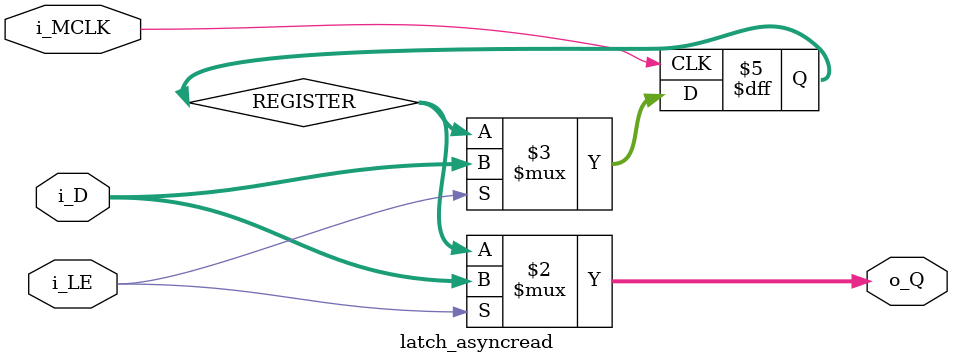
<source format=v>
module gfx_video
(
    input   wire            i_EMU_MCLK,
    input   wire            i_EMU_CLK18MNCEN_n,

    output  wire            o_EMU_CLK9MPCEN_n, //REF_CLK9M
    output  wire            o_EMU_CLK9MNCEN_n,
    output  wire            o_EMU_CLK6MPCEN_n, //REF_CLK6M
    output  wire            o_EMU_CLK6MNCEN_n,

    input   wire            i_MRST_n,

    input   wire    [14:0]  i_CPU_ADDR,
    output  reg     [15:0]  o_CPU_DIN,
    input   wire    [15:0]  i_CPU_DOUT,
    input   wire            i_CPU_RW,
    input   wire            i_CPU_UDS_n,
    input   wire            i_CPU_LDS_n,

    input   wire            i_VZCS_n,
    input   wire            i_VCS1_n,
    input   wire            i_VCS2_n,
    input   wire            i_CHACS_n,
    input   wire            i_OBJRAM_n,

    input   wire            i_HFLIP,
    input   wire            i_VFLIP,

    output  wire            o_VBLANK_n,

    output  wire            o_VSYNC_n,

    output  wire            o_BLK,

    output  wire    [10:0]  o_CD,

    output  wire            o_ABS_n1H,
    output  wire            o_ABS_2H,

    output  wire    [8:0]   __REF_HCOUNTER, //for pixel capture purpose
    output  wire    [8:0]   __REF_VCOUNTER
);

///////////////////////////////////////////////////////////
//////  CLOCK DIVIDER
////

/*
    MCLK72  ################################################ or
    MCLK36  |||||||||||||||||||||||||||||||||||||||||||||||| or
    MCLK18  ¯|_|¯|_|¯|_|¯|_|¯|_|¯|_|¯|_|¯|_|¯|_|¯|_|¯|_|¯|_|
    18MNCEN ¯¯||¯¯||¯¯||¯¯||¯¯||¯¯||¯¯||¯¯||¯¯||¯¯||¯¯||¯¯||

            0   1   2   3   4   5 
    CLK18M  _|¯|_|¯|_|¯|_|¯|_|¯|_|¯|_|¯|_|¯|_|¯|_|¯|_|¯|_|¯|

    CLK9M   ¯¯¯|___|¯¯¯|___|¯¯¯|___|¯¯¯|___|¯¯¯|___|¯¯¯|___|
    9MPCEN  ¯¯¯¯¯¯||¯¯¯¯¯¯||¯¯¯¯¯¯||¯¯¯¯¯¯||¯¯¯¯¯¯||¯¯¯¯¯¯||
    9MNCEN  ¯¯||¯¯¯¯¯¯||¯¯¯¯¯¯||¯¯¯¯¯¯||¯¯¯¯¯¯||¯¯¯¯¯¯||¯¯¯¯

    CLK6M   ¯¯¯¯¯¯¯|___|¯¯¯¯¯¯¯|___|¯¯¯¯¯¯¯|___|¯¯¯¯¯¯¯|___|
    6MPCEN  ¯¯¯¯¯¯¯¯¯¯||¯¯¯¯¯¯¯¯¯¯||¯¯¯¯¯¯¯¯¯¯||¯¯¯¯¯¯¯¯¯¯||
    6MNCEN  ¯¯¯¯¯¯||¯¯¯¯¯¯¯¯¯¯||¯¯¯¯¯¯¯¯¯¯||¯¯¯¯¯¯¯¯¯¯||¯¯¯¯
*/

reg     [2:0]   clock_counter_6 = 3'd5;
reg     [3:0]   cen_register = 4'b1111;

always @(posedge i_EMU_MCLK) begin
    if(!i_EMU_CLK18MNCEN_n) 
    begin
        if(clock_counter_6 < 3'd5) 
        begin
            clock_counter_6 <= clock_counter_6 + 3'd1;
        end
        else 
        begin
            clock_counter_6 <= 3'd0;
        end
    end
end

always @(posedge i_EMU_MCLK) begin
    if(!i_EMU_CLK18MNCEN_n) begin
        case(clock_counter_6)
            4'd0: cen_register  <= 4'b0110;
            4'd1: cen_register  <= 4'b1001;
            4'd2: cen_register  <= 4'b0111;
            4'd3: cen_register  <= 4'b1010;
            4'd4: cen_register  <= 4'b0101;
            4'd5: cen_register  <= 4'b1011;
            default: cen_register <= 4'b1111;
        endcase
    end
end

//ORed with 18M negative cen
assign  o_EMU_CLK9MPCEN_n = cen_register[3] | i_EMU_CLK18MNCEN_n;
assign  o_EMU_CLK9MNCEN_n = cen_register[2] | i_EMU_CLK18MNCEN_n;
assign  o_EMU_CLK6MPCEN_n = cen_register[1] | i_EMU_CLK18MNCEN_n;
assign  o_EMU_CLK6MNCEN_n = cen_register[0] | i_EMU_CLK18MNCEN_n;

//for reference
wire            __REF_CLK9M = cen_register[3];
wire            __REF_CLK6M = cen_register[1];








///////////////////////////////////////////////////////////
//////  timinggen
////

wire            HBLANK_n;
wire            VBLANK_n;
assign          o_VBLANK_n = VBLANK_n;
wire            VBLANKH_n;
wire            VCLK;
wire            CSYNC_n;

//hcounter
wire            ABS_256H,   
                ABS_128H,   ABS_64H,    ABS_32H,    ABS_16H,
                ABS_8H,     ABS_4H,     ABS_2H,     ABS_1H;

wire            FLIP_128H,  FLIP_64H,   FLIP_32H,   FLIP_16H,
                FLIP_8H,    FLIP_4H,    FLIP_2H,    FLIP_1H;

//vcounter
wire            ABS_128V,   ABS_64V,    ABS_32V,    ABS_16V,
                ABS_8V,     ABS_4V,     ABS_2V,     ABS_1V;

wire            FLIP_128V,  FLIP_64V,   FLIP_32V,   FLIP_16V,
                FLIP_8V,    FLIP_4V,    FLIP_2V,    FLIP_1V;

//misc
wire            ABS_n256H = ~ABS_256H;
wire            ABS_n1H = ~ABS_1H;
wire            ABS_128HA = (ABS_256H & ABS_128H) | (ABS_n256H & ABS_32H);

wire            FLIP_n256H  = ABS_n256H ^ i_HFLIP;

wire            DMA_n = ~&{ABS_128V, ABS_64V, ABS_32V, ~ABS_16V}; //vcounter 480-495

//to CPU
assign  o_ABS_n1H = ABS_n1H;
assign  o_ABS_2H = ABS_2H;


timinggen timinggen_main (
    .i_EMU_MCLK                 (i_EMU_MCLK                 ),
    .i_EMU_CLK6MPCEN_n          (o_EMU_CLK6MPCEN_n          ),

    .i_MRST_n                   (i_MRST_n                   ),

    .i_HFLIP                    (i_HFLIP                    ),
    .i_VFLIP                    (i_VFLIP                    ),

    .o_HBLANK_n                 (HBLANK_n                   ),
    .o_VBLANK_n                 (VBLANK_n                   ),
    .o_VBLANKH_n                (VBLANKH_n                  ),  //VBLANK**

    .o_ABS_256H                 (ABS_256H                   ),
    .o_ABS_128H                 (ABS_128H                   ),
    .o_ABS_64H                  (ABS_64H                    ),
    .o_ABS_32H                  (ABS_32H                    ),
    .o_ABS_16H                  (ABS_16H                    ),
    .o_ABS_8H                   (ABS_8H                     ),
    .o_ABS_4H                   (ABS_4H                     ),
    .o_ABS_2H                   (ABS_2H                     ),
    .o_ABS_1H                   (ABS_1H                     ),

    .o_ABS_128V                 (ABS_128V                   ),
    .o_ABS_64V                  (ABS_64V                    ),
    .o_ABS_32V                  (ABS_32V                    ),
    .o_ABS_16V                  (ABS_16V                    ),
    .o_ABS_8V                   (ABS_8V                     ),
    .o_ABS_4V                   (ABS_4V                     ),
    .o_ABS_2V                   (ABS_2V                     ),
    .o_ABS_1V                   (ABS_1V                     ),

    .o_FLIP_128H                (FLIP_128H                  ),
    .o_FLIP_64H                 (FLIP_64H                   ),
    .o_FLIP_32H                 (FLIP_32H                   ),
    .o_FLIP_16H                 (FLIP_16H                   ),
    .o_FLIP_8H                  (FLIP_8H                    ),
    .o_FLIP_4H                  (FLIP_4H                    ),
    .o_FLIP_2H                  (FLIP_2H                    ),
    .o_FLIP_1H                  (FLIP_1H                    ),

    .o_FLIP_128V                (FLIP_128V                  ),
    .o_FLIP_64V                 (FLIP_64V                   ),
    .o_FLIP_32V                 (FLIP_32V                   ),
    .o_FLIP_16V                 (FLIP_16V                   ),
    .o_FLIP_8V                  (FLIP_8V                    ),
    .o_FLIP_4V                  (FLIP_4V                    ),
    .o_FLIP_2V                  (FLIP_2V                    ),
    .o_FLIP_1V                  (FLIP_1V                    ),

    .o_VCLK                     (VCLK                       ),

    .o_FRAMEPARITY              (                           ), //256V
    
    .o_VSYNC_n                  (o_VSYNC_n                  ),

    .__REF_HCOUNTER             (__REF_HCOUNTER             ),
    .__REF_VCOUNTER             (__REF_VCOUNTER             )
);

wire            ORINC;
reg     [7:0]   OBJ;
wire            objcntr_tick = ORINC | (&{OBJ[7:4]});

always @(posedge i_EMU_MCLK) begin
    if(!o_EMU_CLK6MPCEN_n) begin
        if(ABS_1H == 1'b0) begin //posedge of 1H
            if(DMA_n == 1'b0) begin
                OBJ <= 8'd0;
            end
            else begin
                if(objcntr_tick == 1'b0) begin
                    OBJ <= OBJ + 8'd1;
                end
            end
        end        
    end
end




//
//  MEMORY TIMING GENERATOR SECTION
//

/*
    CLK18M  _|¯|_|¯|_|¯|_|¯|_|¯|_|¯|_|¯|_|¯|_|¯|_|¯|_|¯|_|¯|
    CLK9M   ¯¯¯|___|¯¯¯|___|¯¯¯|___|¯¯¯|___|¯¯¯|___|¯¯¯|___|
    CLK6M   ¯¯¯¯¯¯¯|___|¯¯¯¯¯¯¯|___|¯¯¯¯¯¯¯|___|¯¯¯¯¯¯¯|___|
            ---(511)---|----(0)----|----(1)----|----(2)----|
    
    TIME1   ___________________|¯¯¯|___________________|¯¯¯|
    TIME2   ¯¯¯¯¯¯¯¯¯¯¯¯¯¯¯¯¯¯¯|___|¯¯¯¯¯¯¯¯¯¯¯¯¯¯¯¯¯¯¯|___|
    CHAMPX  ¯¯¯¯¯¯¯¯¯¯¯|_______|¯¯¯¯¯¯¯¯¯¯¯¯¯¯¯|_______|¯¯¯¯
    VRTIME  ¯¯¯¯¯¯¯¯¯¯¯|___|¯¯¯¯¯¯¯¯¯¯¯¯¯¯¯¯¯¯¯|___|¯¯¯¯¯¯¯¯
    OBJCLRWE¯¯¯¯¯¯¯|___|¯¯¯¯¯¯¯¯¯¯¯¯¯¯¯¯¯¯¯|___|¯¯¯¯¯¯¯¯¯¯¯¯
    
    BUFWE   ¯¯¯¯¯¯¯|___|¯¯¯¯¯¯¯¯¯¯¯¯¯¯¯¯¯¯¯|___|¯¯¯¯¯¯¯¯¯¯¯¯
    BUFRAS  ___________|¯¯¯¯¯¯¯|_______________|¯¯¯¯¯¯¯|____
    dl-ras  ____________|¯¯¯¯¯¯¯|_______________|¯¯¯¯¯¯¯|___
*/

//timing singals
wire            TIME1; //SCROLLRAM/OBJRAM read latch enable(active high)
wire            TIME2; //SCROLLRAM/OBJRAM data write enable(active low)
wire            VRTIME; //Video Read TIME
wire            CHAMPX; //CHAracter MultiPleXer
wire            OBJCLRWE; //OBJect CLeaR Write Enable


reg             TIMING_F; //1HF
always @(posedge i_EMU_MCLK) begin
    if(!o_EMU_CLK6MPCEN_n) begin
        TIMING_F <= ABS_1H;
    end
end

reg     [3:0]   TIMING_SR;
always @(posedge i_EMU_MCLK) begin
    if(!i_EMU_CLK18MNCEN_n) begin
        TIMING_SR[3] <= TIMING_F;
        TIMING_SR[2:0] <= TIMING_SR[3:1];
    end
end

assign  TIME1 = ~(~TIMING_F | __REF_CLK6M);
assign  TIME2 = ~(TIMING_F & TIMING_SR[2]);
assign  VRTIME = ~(TIMING_F & ~TIMING_SR[3]);
assign  CHAMPX = TIMING_SR[2] | TIMING_SR[1];
wire    CHAMPX1 = CHAMPX;
assign  OBJCLRWE = TIMING_SR[2] | ~TIMING_SR[1];

//DRAM delay
reg             CHAMPX2;
always @(posedge i_EMU_MCLK) begin
    if(!i_EMU_CLK18MNCEN_n) begin
        CHAMPX2 <= CHAMPX;
    end
end


//
//  VIDEO TIMING GENERATOR SECTION
//

//timing singals
wire            OBJWR;  //switches mux between active display+buffer clear/sprite engine write
wire            OBJCLR; //fix mux output to 0 while clearing the buffer by writing 0s

reg             TIMING_A;
always @(posedge i_EMU_MCLK) begin
    if(!o_EMU_CLK6MPCEN_n) begin
        if({ABS_8H, ABS_4H, ABS_2H, ABS_1H} == 4'd15) begin //posedge of 16H
            TIMING_A <= ~(HBLANK_n & VBLANKH_n);
        end        
    end
end

reg             TIMING_B;
always @(posedge i_EMU_MCLK) begin
    if(!o_EMU_CLK6MPCEN_n) begin //negedge cen
        if(ABS_1H == 1'b1) begin //every ODD pixel
            TIMING_B <= TIMING_A;
        end        
    end
end

reg             TIMING_C;
always @(posedge i_EMU_MCLK) begin
    if(!o_EMU_CLK6MPCEN_n) begin
        if({ABS_2H, ABS_1H} == 2'd3) begin //posedge of 4H
            TIMING_C <= TIMING_A;
        end        
    end
end

reg             TIMING_D;
always @(posedge i_EMU_MCLK) begin
    if(!o_EMU_CLK6MPCEN_n) begin
        TIMING_D <= TIMING_C;   
    end
end

reg             TIMING_E;
always @(posedge i_EMU_MCLK) begin
    if(!o_EMU_CLK6MPCEN_n) begin
        TIMING_E <= ~TIMING_D & VBLANK_n;
    end
end

assign  OBJWR = TIMING_B;
assign  OBJCLR = ~TIMING_B;
assign  o_BLK = TIMING_E;








///////////////////////////////////////////////////////////
//////  tilemapgen
////

//
//  scrollram section
//

/*
    FETCHES HSCROLL(1 PIXEL ROW) VALUE WHEN VCLK = 1

    MCLK                0 1 2 3 4 5 0 1 2 3 4 5
    CLK18M  _|¯|_|¯|_|¯|_|¯|_|¯|_|¯|_|¯|_|¯|_|¯|_|¯|_|¯|_|¯|_|¯|_|¯|_|¯|
    CLK9M   ¯¯¯|___|¯¯¯|___|¯¯¯|___|¯¯¯|___|¯¯¯|___|¯¯¯|___|___|¯¯¯|___|
    CLK6M   ¯¯¯¯¯¯¯|___|¯¯¯¯¯¯¯|___|¯¯¯¯¯¯¯|___|¯¯¯¯¯¯¯|___|¯¯¯¯¯¯¯|___|
            ----(7)----|----(0)----|----(1)----|----(2)----|----(3)----|
                             >SRAM DOUT  >SRAM DOUT  >SRAM DOUT  >SRAM DOUT      access speed >150ns
    
    TIME1   ___________________|¯¯¯|___________________|¯¯¯|____________
    TIME2   ¯¯¯¯¯¯¯¯¯¯¯¯¯¯¯¯¯¯¯|___|¯¯¯¯¯¯¯¯¯¯¯¯¯¯¯¯¯¯¯|___|¯¯¯¯¯¯¯¯¯¯¯¯
    VCLK    ___________|¯¯¯¯¯¯¯¯¯¯¯¯¯¯¯¯¯¯¯¯¯¯¯¯¯¯¯¯¯¯¯¯¯¯¯¯¯¯¯¯¯¯¯¯¯¯¯¯

    ADDR               |-------(TM-A LO)-------|-------(TM-A HI)-------|
    DEVICE             |---(CPU)---|---(GFX)---|---(CPU)---|---(GFX)---|
                                   |  TM-A LO  |           |  TM-A HI  |


    FETCHES VSCROLL(8 PIXEL COLUMN) VALUE WHEN VCLK = 0
        (TM-A for 4H = 0, TM-B for 4H = 1)

                                            1 1                     1 1                     1 1                     1 1
                        0 1 2 3 4 5 6 7 8 9 0 1 0 1 2 3 4 5 6 7 8 9 0 1 0 1 2 3 4 5 6 7 8 9 0 1 0 1 2 3 4 5 6 7 8 9 0 1
    CLK18M  _|¯|_|¯|_|¯|_|¯|_|¯|_|¯|_|¯|_|¯|_|¯|_|¯|_|¯|_|¯|_|¯|_|¯|_|¯|_|¯|_|¯|_|¯|_|¯|_|¯|_|¯|_|¯|_|¯|_|¯|_|¯|_|¯|_|¯|
    CLK9M   ¯¯¯|___|¯¯¯|___|¯¯¯|___|¯¯¯|___|¯¯¯|___|¯¯¯|___|¯¯¯|___|¯¯¯|___|¯¯¯|___|¯¯¯|___|¯¯¯|___|¯¯¯|___|¯¯¯|___|¯¯¯|
    CLK6M   ¯¯¯¯¯¯¯|___|¯¯¯¯¯¯¯|___|¯¯¯¯¯¯¯|___|¯¯¯¯¯¯¯|___|¯¯¯¯¯¯¯|___|¯¯¯¯¯¯¯|___|¯¯¯¯¯¯¯|___|¯¯¯¯¯¯¯|___|¯¯¯¯¯¯¯|___|
            ----(7)----|----(0)----|----(1)----|----(2)----|----(3)----|----(4)----|----(5)----|----(6)----|----(7)----|

    TIME1   ___________________|¯¯¯|___________________|¯¯¯|___________________|¯¯¯|___________________|¯¯¯|____________
    TIME2   ¯¯¯¯¯¯¯¯¯¯¯¯¯¯¯¯¯¯¯|___|¯¯¯¯¯¯¯¯¯¯¯¯¯¯¯¯¯¯¯|___|¯¯¯¯¯¯¯¯¯¯¯¯¯¯¯¯¯¯¯|___|¯¯¯¯¯¯¯¯¯¯¯¯¯¯¯¯¯¯¯|___|¯¯¯¯¯¯¯¯¯¯¯¯
    VCLK    ¯¯¯¯¯¯¯¯¯¯¯¯¯¯¯¯¯¯¯¯¯¯¯¯¯¯¯¯¯¯¯¯¯¯¯¯¯¯¯¯¯¯¯¯¯¯¯¯¯¯¯¯¯¯¯¯¯¯¯¯¯¯¯¯¯¯¯¯¯¯¯¯¯¯¯¯¯¯¯¯¯¯¯¯¯¯¯¯¯¯¯¯¯¯¯¯¯¯¯¯¯¯¯¯¯¯¯¯
                                                                        
    SCRLATCH¯¯¯¯¯¯¯|___|¯¯¯¯¯¯¯¯¯¯¯¯¯¯¯¯¯¯¯¯¯¯¯¯¯¯¯¯¯¯¯¯¯¯¯¯¯¯¯¯¯¯¯|___|¯¯¯¯¯¯¯¯¯¯¯¯¯¯¯¯¯¯¯¯¯¯¯¯¯¯¯¯¯¯¯¯¯¯¯¯¯¯¯¯¯¯¯|___|
    SCRADDR --(TM-A)---|--------------------(TM-B)---------------------|--------------------(TM-A)---------------------|
    DEVICE  ---(GFX)---|---(CPU)---|---(GFX)---|---(CPU)---|---(GFX)---|---(CPU)---|---(GFX)---|---(CPU)---|---(GFX)---|

    VRAMADDR--(TM-B)---|--------------------(TM-A)---------------------|--------------------(TM-B)---------------------|
                       t0                                              t1                                              t2                     

    0. HSCROLL values for TM-A and TM-B are latched when VCLK = 1

    t0
    1. MUX provides TM-A VSCROLL address when 4H = 0 & VCLK = 0
    2. tilemap generator latches TM-A VSCROLL value at posedge of ~(1H & 2H)
    3. Then TM-A VSCROLL value will be valid during next 4px-cycle
    4. In this next 4px-cycle, tilemap generator provides previously latched(at VCLK = 0) TM-A HSCROLL value

    t1
    1. Again, tilemap generator latches TM-A VSCROLL value at posedge of ~(1H & 2H) since MUX provided TM-B VSCROLL address
    2. Then TM-B VSCROLL value will be valid during next 4px-cycle
    3. In this next 4px-cycle, tilemap generator provides previously latched(at VCLK = 0) TM-B HSCROLL value
*/

//make scrollram address
wire    [10:0]  scrollval_addr;
assign  scrollval_addr =    (~VCLK == 1'b0) ? 
                                {1'b0, ABS_4H, ABS_2H, FLIP_128V, FLIP_64V,  FLIP_32V,  FLIP_16V,  FLIP_8V,  FLIP_4V,  FLIP_2V, FLIP_1V} : //HORIZONTAL SCROLL
                                {1'b1,   1'b1,   1'b1,      1'b1,   ABS_4H,FLIP_n256H, FLIP_128H, FLIP_64H, FLIP_32H, FLIP_16H, FLIP_8H};  //VERTICAL SCROLL

wire    [10:0]  scrollram_addr;
assign  scrollram_addr =    (~ABS_1H == 1'b0) ?
                                scrollval_addr :
                                i_CPU_ADDR[10:0];

//make scrollram wr signal
wire            scrollram_wr = (i_VZCS_n | i_CPU_RW | i_CPU_LDS_n | TIME2);

//declare SCROLLRAM
wire    [7:0]   scrollram_dout;
SRAM #(.aw( 11 ), .dw(  8 ), .simhexfile())
SCROLLRAM_LOW (
    .i_MCLK                     (i_EMU_MCLK                 ),
    .i_ADDR                     (scrollram_addr             ),
    .i_DIN                      (i_CPU_DOUT[7:0]            ),
    .o_DOUT                     (scrollram_dout             ),
    .i_WR_n                     (scrollram_wr               ),
    .i_RD_n                     (1'b0                       )
);

//declare CPU side latch
wire    [7:0]   scrollram_readlatch_q;
latch_asyncread SCROLLRAM_CPULATCH (
    .i_MCLK                     (i_EMU_MCLK                 ),
    .i_D                        (scrollram_dout             ),
    .o_Q                        (scrollram_readlatch_q      ),
    .i_LE                       (TIME1                      )
);



wire    [11:0]  vram_addr;
wire    [2:0]   line_addr;

wire            SHIFTA1;
wire            SHIFTA2;
wire            SHIFTB;

//declare tilemapgen core: requires clock
tilemapgen tilemapgen_main (
    .i_EMU_MCLK                 (i_EMU_MCLK                 ),
    .i_EMU_CLK6MPCEN_n          (o_EMU_CLK6MPCEN_n          ),

    .i_HFLIP                    (i_HFLIP                    ),
    .i_VFLIP                    (i_VFLIP                    ),

    .i_ABS_n256H                (ABS_n256H                  ),
    .i_ABS_128HA                (ABS_128HA                  ),
    .i_ABS_64H                  (ABS_64H                    ),
    .i_ABS_32H                  (ABS_32H                    ),
    .i_ABS_16H                  (ABS_16H                    ),
    .i_ABS_8H                   (ABS_8H                     ),
    .i_ABS_4H                   (ABS_4H                     ),
    .i_ABS_2H                   (ABS_2H                     ),
    .i_ABS_1H                   (ABS_1H                     ),

    .i_ABS_128V                 (ABS_128V                   ),
    .i_ABS_64V                  (ABS_64V                    ),
    .i_ABS_32V                  (ABS_32V                    ),
    .i_ABS_16V                  (ABS_16V                    ),
    .i_ABS_8V                   (ABS_8V                     ),
    .i_ABS_4V                   (ABS_4V                     ),
    .i_ABS_2V                   (ABS_2V                     ),
    .i_ABS_1V                   (ABS_1V                     ),
    
    .i_VCLK                     (VCLK                       ),

    .i_CPU_ADDR                 (i_CPU_ADDR[11:0]           ),
    .i_GFXDATA                  (scrollram_dout             ),

    .o_TILELINEADDR             (line_addr                  ),

    .o_VRAMADDR                 (vram_addr                  ),

    .o_SHIFTA1                  (SHIFTA1                    ),
    .o_SHIFTA2                  (SHIFTA2                    ),
    .o_SHIFTB                   (SHIFTB                     )
);



//
//  VRAM1+2 section
//

/*
    MCLK                           
                        0 1 2 3 4 5 0 1 2 3 4 5 0 1 2 3 4 5 0 1 2 3 4 5 
    CLK18M  _|¯|_|¯|_|¯|_|¯|_|¯|_|¯|_|¯|_|¯|_|¯|_|¯|_|¯|_|¯|_|¯|_|¯|_|¯|_|¯|_|¯|_|¯|_|¯|_|¯|_|¯|_|¯|_|¯|_|¯|_|¯|_|¯|_|¯|
    CLK9M   ¯¯¯|___|¯¯¯|___|¯¯¯|___|¯¯¯|___|¯¯¯|___|¯¯¯|___|¯¯¯|___|¯¯¯|___|¯¯¯|___|¯¯¯|___|¯¯¯|___|¯¯¯|___|¯¯¯|___|¯¯¯|
    CLK6M   ¯¯¯¯¯¯¯|___|¯¯¯¯¯¯¯|___|¯¯¯¯¯¯¯|___|¯¯¯¯¯¯¯|___|¯¯¯¯¯¯¯|___|¯¯¯¯¯¯¯|___|¯¯¯¯¯¯¯|___|¯¯¯¯¯¯¯|___|¯¯¯¯¯¯¯|___|
    PIXEL   ----(7)----|----(0)----|----(1)----|----(2)----|----(3)----|----(4)----|----(5)----|----(6)----|----(7)----|
    /DTACK  ¯S0¯¯S1¯¯S2¯¯S3¯¯S4¯|_w___w__S5__S6|¯S7¯¯¯¯¯¯¯¯¯¯S0¯¯S1¯¯S2¯¯S3¯¯S4¯|_w___w__S5__S6|¯S7¯¯¯¯¯¯¯¯¯¯¯¯¯¯¯¯¯¯¯¯¯

                                   >SRAM CPU DIN           >SRAM GFX DOUT          >SRAM CPU DOUT          >SRAM GFX DOUT    100ns access speed
    VRTIME  ¯¯¯¯¯¯¯¯¯¯¯|___|¯¯¯¯¯¯¯¯¯¯¯¯¯¯¯¯¯¯¯|___|¯¯¯¯¯¯¯¯¯¯¯¯¯¯¯¯¯¯¯|___|¯¯¯¯¯¯¯¯¯¯¯¯¯¯¯¯¯¯¯|___|¯¯¯¯¯¯¯¯¯¯¯¯¯¯¯¯¯¯¯¯     enable
    DEVICE             |---------(CPU)---------|---------(GFX)---------|---------(CPU)---------|---------(GFX)---------|
                                   |(RD VALID)-|                                   |(RD VALID)-|                             ext. gates allow RD during pixel 0 and 1 cycles
                             |WRVAL|                                         |WRVAL|                                         ext. gates allow WR during pixel 0 cycle
                       |                 VRAM ADDR TM-A                |                 VRAM ADDR TM-B                |

                                                                       >VRAM ADDR TM-A latched at /2H
                                                                                                                       >CHARRAM TM-A line data latched
*/

//make vram wr signal
wire            vram1h_wr = (i_VCS1_n | i_CPU_RW | i_CPU_UDS_n | ABS_1H | ABS_2H); //pixel 0 and 4
wire            vram1l_wr = (i_VCS1_n | i_CPU_RW | i_CPU_LDS_n | ABS_1H | ABS_2H);
wire            vram2l_wr = (i_VCS2_n | i_CPU_RW | i_CPU_LDS_n | ABS_1H | ABS_2H);

//declare vram1
wire    [15:0]  vram1_dout;
SRAM #(.aw( 12 ), .dw(  8 ), .simhexfile())
VRAM1_HIGH (
    .i_MCLK                     (i_EMU_MCLK                 ),
    .i_ADDR                     (vram_addr                  ),
    .i_DIN                      (i_CPU_DOUT[15:8]           ),
    .o_DOUT                     (vram1_dout[15:8]           ),
    .i_WR_n                     (vram1h_wr                  ),
    .i_RD_n                     (VRTIME                     )
);

SRAM #(.aw( 12 ), .dw(  8 ), .simhexfile())
VRAM1_LOW (
    .i_MCLK                     (i_EMU_MCLK                 ),
    .i_ADDR                     (vram_addr                  ),
    .i_DIN                      (i_CPU_DOUT[7:0]            ),
    .o_DOUT                     (vram1_dout[7:0]            ),
    .i_WR_n                     (vram1l_wr                  ),
    .i_RD_n                     (VRTIME                     )
);

//declare vram2
wire    [7:0]   vram2_dout;
SRAM #(.aw( 12 ), .dw(  8 ), .simhexfile())
VRAM2_LOW (
    .i_MCLK                     (i_EMU_MCLK                 ),
    .i_ADDR                     (vram_addr                  ),
    .i_DIN                      (i_CPU_DOUT[7:0]            ),
    .o_DOUT                     (vram2_dout                 ),
    .i_WR_n                     (vram2l_wr                  ),
    .i_RD_n                     (VRTIME                     )
);


//
//  VRAM1 tile code DFF
//

reg     [10:0]  tile_code;
reg             VVFF;
always @(posedge i_EMU_MCLK) begin
    if(!o_EMU_CLK6MPCEN_n) begin
        if({ABS_4H, ABS_2H, ABS_1H} == 3'd3 || {ABS_4H, ABS_2H, ABS_1H} == 3'd7) begin //posedge of /2H
            tile_code <= vram1_dout[10:0];
            VVFF <= vram1_dout[11];
        end
    end
end


//
//  VRAM1+2 properties
//

wire            VHFF = vram2_dout[7];
wire    [6:0]   VC = vram2_dout[6:0];
wire    [3:0]   PR = vram1_dout[15:12];


//
//  tile address
//

wire    [7:0]   VCA;
wire    [13:0]  __REF_VCA_ORIGINAL = {tile_code, line_addr ^ {3{VVFF}}};
assign  VCA =   (CHAMPX2 == 1'b0) ?
                    {tile_code[4:0], line_addr[2:0] ^ {3{VVFF}}} : {1'b1, tile_code[10:5], 1'b1}; //RAS : CAS






///////////////////////////////////////////////////////////
//////  objengine
////

//
//  OBJRAM SECTION
//

//make objram address
wire    [10:0]  objram_addr;
assign  objram_addr =   (~ABS_n1H == 1'b0) ?
                            i_CPU_ADDR[10:0] :
                            {ABS_8V, ABS_4V, ABS_2V, ABS_1V, ABS_128H, ABS_64H, ABS_32H, ABS_16H, ABS_8H, ABS_4H, ABS_2H};

//make objram wr signal
wire            objram_wr = |{i_OBJRAM_n, i_CPU_RW, i_CPU_LDS_n, TIME2}; //LS32*4

//declare OBJRAM
wire    [7:0]   objram_dout;
SRAM #(.aw( 11 ), .dw(  8 ), .simhexfile())
OBJRAM_LOW (
    .i_MCLK                     (i_EMU_MCLK                 ),
    .i_ADDR                     (objram_addr                ),
    .i_DIN                      (i_CPU_DOUT[7:0]            ),
    .o_DOUT                     (objram_dout                ),
    .i_WR_n                     (objram_wr                  ),
    .i_RD_n                     (1'b0                       )
);

//declare CPU side latch
wire    [7:0]   objram_readlatch_q;
latch_asyncread OBJRAM_CPULATCH (
    .i_MCLK                     (i_EMU_MCLK                 ),
    .i_D                        (objram_dout                ),
    .o_Q                        (objram_readlatch_q         ),
    .i_LE                       (TIME1                      )
);


//
//  SPRITE DMA SECTION
//

reg     [7:0]   obj_priority;
always @(posedge i_EMU_MCLK) begin
    if(!o_EMU_CLK6MPCEN_n) begin
        if({ABS_8H, ABS_4H, ABS_2H, ABS_1H} == 4'd1) begin //posedge of /px1 of every 16 pixels
           obj_priority <= objram_dout;
        end
    end
end

reg     [7:0]   obj_attr;
always @(posedge i_EMU_MCLK) begin
    if(!o_EMU_CLK6MPCEN_n) begin
        if(ABS_1H == 1'b1) begin //posedge of /px1 
           obj_attr <= objram_dout;
        end
    end
end

//make objtable address
wire    [2:0]   ORA;
wire    [10:0]  objtable_addr;
assign  objtable_addr = (DMA_n == 1'b0) ? 
                            {obj_priority, ABS_8H, ABS_4H, ABS_2H} :
                            {OBJ, ORA};


//make objtable_wr
wire            objtable_wr = ~(ABS_1H & ~DMA_n);

//declare objtable ram
wire    [7:0]   objtable_dout;
SRAM #(.aw( 11 ), .dw(  8 ))
OBJTABLE (
    .i_MCLK                     (i_EMU_MCLK                 ),
    .i_ADDR                     (objtable_addr              ),
    .i_DIN                      (obj_attr                   ),
    .o_DOUT                     (objtable_dout              ),
    .i_WR_n                     (objtable_wr                ),
    .i_RD_n                     (1'b0                       )
);


wire    [7:0]   OCA;
wire            CHAOV;
reg             OBJHL;

wire    [7:0]   FA, FB;
wire            XA7, XB7;
wire            OBJBUF_CAS;

wire            WRTIME2;
wire            COLORLATCH_n;
wire            XPOS_D0;
wire            PIXELLATCH_WAIT_n;
wire            LATCH_A_D2;
wire    [2:0]   PIXELSEL;


//declare objengine core
objengine #(.__ENABLE_DOUBLE_HEIGHT_MODE(1'b0))
objengine_main (
    .i_EMU_MCLK                 (i_EMU_MCLK                 ),
    .i_EMU_CLK6MPCEN_n          (o_EMU_CLK6MPCEN_n          ),

    .i_DMA_n                    (DMA_n                      ),
    .i_VBLANKH_n                (VBLANKH_n                  ),
    .i_VBLANK_n                 (VBLANK_n                   ),
    .i_HBLANK_n                 (HBLANK_n                   ),
    .i_ABS_4H                   (ABS_4H                     ),
    .i_ABS_2H                   (ABS_2H                     ),
    .i_ABS_1H                   (ABS_1H                     ),
    .i_CHAMPX                   (CHAMPX2                    ),
    .i_OBJWR                    (OBJWR                      ),

    .i_FLIP                     (i_HFLIP                    ),

    .i_OBJDATA                  (objtable_dout              ),
    .o_ORA                      (ORA                        ),

    .o_CAS                      (OBJBUF_CAS                 ),

    .o_FA                       (FA                         ),
    .o_FB                       (FB                         ),

    .o_XA7                      (XA7                        ),
    .o_XB7                      (XB7                        ),

    .i_OBJHL                    (OBJHL                      ),
    .o_CHAOV                    (CHAOV                      ),
    .o_ORINC                    (ORINC                      ),
    
    .o_WRTIME2                  (WRTIME2                    ),
    .o_COLORLATCH_n             (COLORLATCH_n               ),
    .o_XPOS_D0                  (XPOS_D0                    ),
    .o_PIXELLATCH_WAIT_n        (PIXELLATCH_WAIT_n          ),
    .o_LATCH_A_D2               (LATCH_A_D2                 ),
    .o_PIXELSEL                 (PIXELSEL                   ),

    .o_OCA                      (OCA                        )
);








///////////////////////////////////////////////////////////
//////  CHARRAM
////

/*
    MCLK                                    1 1
                        0 1 2 3 4 5 6 7 8 9 0 1 
    CLK18M  _|¯|_|¯|_|¯|_|¯|_|¯|_|¯|_|¯|_|¯|_|¯|_|¯|_|¯|_|¯|_|¯|_|¯|_|¯|_|¯|_|¯|_|¯|_|¯|_|¯|_|¯|_|¯|_|¯|_|¯|_|¯|_|¯|_|¯|
    CLK9M   ¯¯¯|___|¯¯¯|___|¯¯¯|___|¯¯¯|___|¯¯¯|___|¯¯¯|___|¯¯¯|___|¯¯¯|___|¯¯¯|___|¯¯¯|___|¯¯¯|___|¯¯¯|___|¯¯¯|___|¯¯¯|
    CLK6M   ¯¯¯¯¯¯¯|___|¯¯¯¯¯¯¯|___|¯¯¯¯¯¯¯|___|¯¯¯¯¯¯¯|___|¯¯¯¯¯¯¯|___|¯¯¯¯¯¯¯|___|¯¯¯¯¯¯¯|___|¯¯¯¯¯¯¯|___|¯¯¯¯¯¯¯|___|
    PIXEL   ----(3)----|----(4)----|----(5)----|----(6)----|----(7)----|----(0)----|----(1)----|----(2)----|----(3)----|
    /DTACK  ¯S0¯¯S1¯¯S2¯¯S3¯¯S4¯|_w___w__S5__S6|¯S7¯¯¯¯¯¯¯¯¯¯S0¯¯S1¯¯S2¯¯S3¯¯S4¯|_w___w__S5__S6|¯S7¯¯¯¯¯¯¯¯¯¯¯¯¯¯¯¯¯¯¯¯¯

                               >row >column            >row >column
    CHAMPX2 ¯¯¯¯¯¯¯¯¯¯¯¯¯|_______|¯¯¯¯¯¯¯¯¯¯¯¯¯¯¯|_______|¯¯¯¯¯¯¯¯¯¯¯¯¯¯¯|_______|¯¯¯¯¯¯¯¯¯¯¯¯¯¯¯|_______|¯¯¯¯¯¯¯¯¯¯¯¯¯¯
    /RAS    ___________|¯¯¯¯¯¯¯|_______________|¯¯¯¯¯¯¯|_______________|¯¯¯¯¯¯¯|_______________|¯¯¯¯¯¯¯|________________     15ns delayed
    /CAS    ________________|¯¯¯¯¯¯¯|_______________|¯¯¯¯¯¯¯|_______________|¯¯¯¯¯¯¯|_______________|¯¯¯¯¯¯¯|___________     85ns delayed

                                     >DRAM CPU/REFRESH       >DRAM GFX DOUT          >DRAM CPU/REFRESH       >DRAM GFX DOU   DRAM async access speed 150ns
                                                                                                                             Automatically refreshes ROW ADDRESS during CPU/HV counter access cycle                                                                                                           
    DEVICE             |---------(CPU)---------|---------(GFX)---------|---------(CPU)---------|---------(GFX)---------|
    LATCHED CPU WR ¯¯¯¯¯¯¯¯¯¯¯¯|_______________________|¯¯¯¯¯¯¯¯¯¯¯¯¯¯¯¯¯¯¯¯¯¯¯¯¯¯¯¯¯¯¯¯¯¯¯¯¯¯¯¯¯¯¯¯¯¯¯¯¯¯¯¯¯¯¯¯¯¯¯¯¯¯¯¯
                                     |(WR VALID)-|                                   |(WR VALID)-|                                
                                     |(RD VALID)-|                                   |(RD VALID)-|
                       |                CHARRAM ADDR TM-A              |                CHARRAM ADDR TM-B              |

                                                                       >CHARRAM TM-A data latched by tilemapsr
                                                                                                                       >CHARRAM data TM-B latched by tilemapsr
*/

//LS153*4 MUX
wire    [7:0]   refresh_addr = {ABS_16V, ABS_8V, ABS_4V, ABS_2V, ABS_1V, ABS_128H, ABS_64H, ABS_32H};
wire    [7:0]   cpu_addr;
assign  cpu_addr =  (i_CHACS_n == 1'b1) ?
                        refresh_addr :
                        (CHAMPX2 == 1'b0) ?
                            i_CPU_ADDR[8:1] : {1'b1, i_CPU_ADDR[14:9], 1'b1}; //RAS(A9-A2) : CAS(1, A15-A10, 1)

//LS157*2 11A/B MUX
wire    [7:0]   gfx_addr;
assign  gfx_addr = (CHAOV == 1'b0) ? OCA : VCA;

//LS157*2 10A/B MUX
wire    [7:0]   charram_addr;
assign  charram_addr =  (~ABS_2H == 1'b0) ? gfx_addr : cpu_addr;


//
//  DRAM modules
//

//RAS/CAS
wire            charram_ras_n = ~CHAMPX;
reg             charram_cas_n = 1'b1; //54.25ns delayed RAS, same as CHAMPX2
always @(posedge i_EMU_MCLK) begin
    if(!i_EMU_CLK18MNCEN_n) begin
        charram_cas_n <= charram_ras_n;
    end
end

//WR/RD
reg             charramu_en; //upper
reg             charraml_en; //upper
always @(posedge i_EMU_MCLK) begin
    if(!o_EMU_CLK6MNCEN_n) begin //negedge of 6M, every even pixel
        if(ABS_1H == 1'b0) begin //posedge of every even pixel
            charramu_en <= i_CPU_UDS_n;
            charraml_en <= i_CPU_LDS_n;
        end
    end
end

wire            charcs1_n = i_CHACS_n | ABS_2H | i_CPU_ADDR[0];
wire            charcs2_n = i_CHACS_n | ABS_2H | ~i_CPU_ADDR[0];
wire            charram1_rw = charcs1_n | i_CPU_RW; //R=1 W=0
wire            charram2_rw = charcs2_n | i_CPU_RW;

wire            charram1_rd = ~charram1_rw; //disables output when reading
wire            charram2_rd = ~charram2_rw; //disables output when reading
wire            charram1u_wr = charramu_en | charram1_rw;
wire            charram1l_wr = charraml_en | charram1_rw;
wire            charram2u_wr = charramu_en | charram2_rw;
wire            charram2l_wr = charraml_en | charram2_rw;


//declare charram
wire      [15:0]  charram1_dout; //A1=0
wire      [15:0]  charram2_dout; //A1=1

DRAM #(.dw( 4 ), .aw( 8 ), .rw( 8 ), .cw( 6 ), .ctop( 6 ), .cbot( 1 ),
       .simhexfile())
CHARRAM_PX0(
    .i_MCLK                     (i_EMU_MCLK                 ),
    .i_ADDR                     (charram_addr               ),
    .i_DIN                      (i_CPU_DOUT[15:12]          ),
    .o_DOUT                     (charram1_dout[15:12]       ),
    .i_RAS_n                    (charram_ras_n              ),
    .i_CAS_n                    (charram_cas_n              ),
    .i_WR_n                     (charram1u_wr               ),
    .i_RD_n                     (charram1_rd                )
);

DRAM #(.dw( 4 ), .aw( 8 ), .rw( 8 ), .cw( 6 ), .ctop( 6 ), .cbot( 1 ),
       .simhexfile())
CHARRAM_PX1(
    .i_MCLK                     (i_EMU_MCLK                 ),
    .i_ADDR                     (charram_addr               ),
    .i_DIN                      (i_CPU_DOUT[11:8]           ),
    .o_DOUT                     (charram1_dout[11:8]        ),
    .i_RAS_n                    (charram_ras_n              ),
    .i_CAS_n                    (charram_cas_n              ),
    .i_WR_n                     (charram1u_wr               ),
    .i_RD_n                     (charram1_rd                )
);

DRAM #(.dw( 4 ), .aw( 8 ), .rw( 8 ), .cw( 6 ), .ctop( 6 ), .cbot( 1 ),
       .simhexfile())
CHARRAM_PX2(
    .i_MCLK                     (i_EMU_MCLK                 ),
    .i_ADDR                     (charram_addr               ),
    .i_DIN                      (i_CPU_DOUT[7:4]            ),
    .o_DOUT                     (charram1_dout[7:4]         ),
    .i_RAS_n                    (charram_ras_n              ),
    .i_CAS_n                    (charram_cas_n              ),
    .i_WR_n                     (charram1l_wr               ),
    .i_RD_n                     (charram1_rd                )
);

DRAM #(.dw( 4 ), .aw( 8 ), .rw( 8 ), .cw( 6 ), .ctop( 6 ), .cbot( 1 ),
       .simhexfile())
CHARRAM_PX3(
    .i_MCLK                     (i_EMU_MCLK                 ),
    .i_ADDR                     (charram_addr               ),
    .i_DIN                      (i_CPU_DOUT[3:0]            ),
    .o_DOUT                     (charram1_dout[3:0]         ),
    .i_RAS_n                    (charram_ras_n              ),
    .i_CAS_n                    (charram_cas_n              ),
    .i_WR_n                     (charram1l_wr               ),
    .i_RD_n                     (charram1_rd                )
);

DRAM #(.dw( 4 ), .aw( 8 ), .rw( 8 ), .cw( 6 ), .ctop( 6 ), .cbot( 1 ),
       .simhexfile())
CHARRAM_PX4(
    .i_MCLK                     (i_EMU_MCLK                 ),
    .i_ADDR                     (charram_addr               ),
    .i_DIN                      (i_CPU_DOUT[15:12]          ),
    .o_DOUT                     (charram2_dout[15:12]       ),
    .i_RAS_n                    (charram_ras_n              ),
    .i_CAS_n                    (charram_cas_n              ),
    .i_WR_n                     (charram2u_wr               ),
    .i_RD_n                     (charram2_rd                )
);

DRAM #(.dw( 4 ), .aw( 8 ), .rw( 8 ), .cw( 6 ), .ctop( 6 ), .cbot( 1 ),
       .simhexfile())
CHARRAM_PX5(
    .i_MCLK                     (i_EMU_MCLK                 ),
    .i_ADDR                     (charram_addr               ),
    .i_DIN                      (i_CPU_DOUT[11:8]           ),
    .o_DOUT                     (charram2_dout[11:8]        ),
    .i_RAS_n                    (charram_ras_n              ),
    .i_CAS_n                    (charram_cas_n              ),
    .i_WR_n                     (charram2u_wr               ),
    .i_RD_n                     (charram2_rd                )
);

DRAM #(.dw( 4 ), .aw( 8 ), .rw( 8 ), .cw( 6 ), .ctop( 6 ), .cbot( 1 ),
       .simhexfile())
CHARRAM_PX6(
    .i_MCLK                     (i_EMU_MCLK                 ),
    .i_ADDR                     (charram_addr               ),
    .i_DIN                      (i_CPU_DOUT[7:4]            ),
    .o_DOUT                     (charram2_dout[7:4]         ),
    .i_RAS_n                    (charram_ras_n              ),
    .i_CAS_n                    (charram_cas_n              ),
    .i_WR_n                     (charram2l_wr               ),
    .i_RD_n                     (charram2_rd                )
);

DRAM #(.dw( 4 ), .aw( 8 ), .rw( 8 ), .cw( 6 ), .ctop( 6 ), .cbot( 1 ),
       .simhexfile())
CHARRAM_PX7 (
    .i_MCLK                     (i_EMU_MCLK                 ),
    .i_ADDR                     (charram_addr               ),
    .i_DIN                      (i_CPU_DOUT[3:0]            ),
    .o_DOUT                     (charram2_dout[3:0]         ),
    .i_RAS_n                    (charram_ras_n              ),
    .i_CAS_n                    (charram_cas_n              ),
    .i_WR_n                     (charram2l_wr               ),
    .i_RD_n                     (charram2_rd                )
);








///////////////////////////////////////////////////////////
//////  tilemapsr
////

//
//  timing signal generation
//

wire            A_FLIP;
wire            B_FLIP;

wire            AFF = i_HFLIP ^ A_FLIP;
wire            BFF = i_HFLIP ^ B_FLIP;

wire    [1:0]   A_MODE = {(~SHIFTA1 | ~AFF), (~SHIFTA1 | AFF)};
wire    [1:0]   B_MODE = {(~SHIFTB | ~BFF), (~SHIFTB | BFF)};


wire    [3:0]   A_PIXEL;
wire    [3:0]   B_PIXEL;
wire            A_TRN_n;
wire            B_TRN_n;

tilemapsr tilemapsr_main(
    .i_EMU_MCLK                 (i_EMU_MCLK                 ),
    .i_EMU_CLK6MPCEN_n          (o_EMU_CLK6MPCEN_n          ),

    .i_GFXDATA                  ({charram1_dout, charram2_dout}),
                            
    .i_ABS_n4H                  (~ABS_4H                    ),
    .i_ABS_2H                   (ABS_2H                     ),
                            
    .i_AFF                      (AFF                        ),
    .i_BFF                      (BFF                        ),
                            
    .i_A_MODE                   (A_MODE                     ),
    .i_B_MODE                   (B_MODE                     ),
                            
    .o_A_PIXEL                  (A_PIXEL                    ),
    .o_B_PIXEL                  (B_PIXEL                    ),
                            
    .o_A_TRN_n                  (A_TRN_n                    ),
    .o_B_TRN_n                  (B_TRN_n                    )
);    







///////////////////////////////////////////////////////////
//////  objlinelatch
////

wire            TILELINELATCH_n = ~(ABS_1H & ABS_2H);
wire    [7:0]   DA;
wire    [7:0]   DB;


objlinelatch objlinelatch_main
(
    .i_EMU_MCLK                 (i_EMU_MCLK                 ),
    .i_EMU_CLK6MPCEN_n          (o_EMU_CLK6MPCEN_n          ),

    .i_GFXDATA                  ({charram1_dout, charram2_dout}),
    .i_OC                       (objtable_dout[4:1]         ),

    .i_TILELINELATCH_n          (TILELINELATCH_n            ),

    .o_DA                       (DA                         ),
    .o_DB                       (DB                         ),

    .i_WRTIME2                  (WRTIME2                    ),
    .i_COLORLATCH_n             (COLORLATCH_n               ),
    .i_XPOS_D0                  (XPOS_D0                    ),
    .i_PIXELLATCH_WAIT_n        (PIXELLATCH_WAIT_n          ),
    .i_LATCH_A_D2               (LATCH_A_D2                 ),
    .i_PIXELSEL                 (PIXELSEL                   )
);






///////////////////////////////////////////////////////////
//////  FRAME BUFFER
////


reg             FBTIMING_A;
always @(posedge i_EMU_MCLK)
begin
    if(!o_EMU_CLK6MPCEN_n)
    begin
        FBTIMING_A <= WRTIME2;
    end
end

reg             FBTIMING_B;
always @(posedge i_EMU_MCLK)
begin
    if(!o_EMU_CLK6MNCEN_n) //negative edge of CLK6M
    begin
        FBTIMING_B <= FBTIMING_A;
    end
end

wire            wrtime2_buf_ras_n = FBTIMING_A & ~FBTIMING_B; 
wire            objbuf_ras_n = (OBJWR == 1'b0) ? ~CHAMPX : wrtime2_buf_ras_n;



reg             FBTIMING_C;
always @(posedge i_EMU_MCLK)
begin
    if(!o_EMU_CLK6MPCEN_n) //positive edge of CLK6M
    begin
        FBTIMING_C <= FBTIMING_A;
    end
end

wire            wrtime2_buf_we_n = __REF_CLK6M | ~FBTIMING_C;
wire            objbuf_we_n = (OBJWR == 1'b0) ? OBJCLRWE : wrtime2_buf_we_n;



reg             objbuf_ras_dly_n;

always @(posedge i_EMU_MCLK)
begin
    if(!i_EMU_CLK18MNCEN_n) begin
        OBJHL <= ~objbuf_ras_n;

        objbuf_ras_dly_n <= objbuf_ras_n;
    end
end


wire            evenbuf_overwrite_disable = ~(~XA7 & |{DA[3:0]});
wire    [7:0]   evenbuf_dout;
wire    [7:0]   evenbuf_din =   (OBJCLR == 1'b1) ? 8'h00 :
                                        (evenbuf_overwrite_disable == 1'b0) ? DA : evenbuf_dout;

wire            oddbuf_overwrite_disable = ~(~XB7 & |{DB[3:0]});
wire    [7:0]   oddbuf_dout;
wire    [7:0]   oddbuf_din =    (OBJCLR == 1'b1) ? 8'h00 :
                                        (oddbuf_overwrite_disable == 1'b0) ? DB : oddbuf_dout;
                                    

//EVEN
DRAM #(.dw( 8 ), .aw( 8 ), .init( 1 ))
EVENBUF 
(
    .i_MCLK (i_EMU_MCLK), .i_ADDR (FA),
    .i_DIN (evenbuf_din), .o_DOUT (evenbuf_dout), 
    .i_RAS_n (objbuf_ras_n), .i_CAS_n (~OBJBUF_CAS), .i_WR_n (objbuf_we_n), .i_RD_n (1'b0) 
);


//ODD
DRAM #(.dw( 8 ), .aw( 8 ), .init( 1 ))
ODDBUF 
(
    .i_MCLK (i_EMU_MCLK), .i_ADDR (FB),
    .i_DIN (oddbuf_din), .o_DOUT (oddbuf_dout), 
    .i_RAS_n (objbuf_ras_n), .i_CAS_n (~OBJBUF_CAS), .i_WR_n (objbuf_we_n), .i_RD_n (1'b0)
);







///////////////////////////////////////////////////////////
//////  prihandler
////

wire            SHIFTA1_CLKD = SHIFTA1;
wire            SHIFTA2_CLKD = SHIFTA2;
wire            SHIFTB_CLKD = SHIFTB;

wire            ABS_n6n7H = ~(ABS_4H & ABS_2H);
wire            ABS_n2n3H = ~(~ABS_4H & ABS_2H);

prihandler prihandler_main
(
    .i_EMU_MCLK                 (i_EMU_MCLK                 ),
    .i_EMU_CLK6MPCEN_n          (o_EMU_CLK6MPCEN_n          ),

    .i_HFLIP                    (i_HFLIP                    ),

    .i_SHIFTA1                  (SHIFTA1_CLKD               ),
    .i_SHIFTA2                  (SHIFTA2_CLKD               ),
    .i_SHIFTB                   (SHIFTB_CLKD                ),

    .i_ABS_n1H                  (ABS_n1H                    ),
    .i_ABS_n6n7H                (ABS_n6n7H                  ),
    .i_ABS_n2n3H                (ABS_n2n3H                  ),

    .i_A_PIXEL                  (A_PIXEL                    ),
    .i_B_PIXEL                  (B_PIXEL                    ),
    .i_OBJBUF_DATA              ({oddbuf_dout, evenbuf_dout}),

    .i_A_TRN_n                  (A_TRN_n                    ),
    .i_B_TRN_n                  (B_TRN_n                    ),

    .i_VHFF                     (VHFF                       ),
    .i_VC                       (VC                         ),
    .i_PR                       (PR                         ),

    .o_A_FLIP                   (A_FLIP                     ),
    .o_B_FLIP                   (B_FLIP                     ),

    .o_CD                       (o_CD                       )
);






///////////////////////////////////////////////////////////
//////  DATA OUTPUT MUX
////

always @(*) begin
    case({i_VZCS_n, i_VCS1_n, i_VCS2_n, charcs1_n, charcs2_n, i_OBJRAM_n})
        6'b011111: o_CPU_DIN <= {8'hFF, scrollram_readlatch_q};
        6'b101111: o_CPU_DIN <= vram1_dout;
        6'b110111: o_CPU_DIN <= {8'hFF, vram2_dout};
        6'b111011: o_CPU_DIN <= charram1_dout;
        6'b111101: o_CPU_DIN <= charram2_dout;
        6'b111110: o_CPU_DIN <= {8'hFF, objram_readlatch_q};
        default: o_CPU_DIN <= 16'hFFFF; //pull up
    endcase
end

endmodule



module latch_asyncread
(   
    input   wire            i_MCLK,
    input   wire    [7:0]   i_D,
    output  wire    [7:0]   o_Q,
    input   wire            i_LE
);

reg     [7:0]   REGISTER;
always @(posedge i_MCLK)
begin
    if(i_LE)
    begin
        REGISTER <= i_D;
    end
end

assign  o_Q =   (i_LE) ? i_D : REGISTER;

endmodule
</source>
